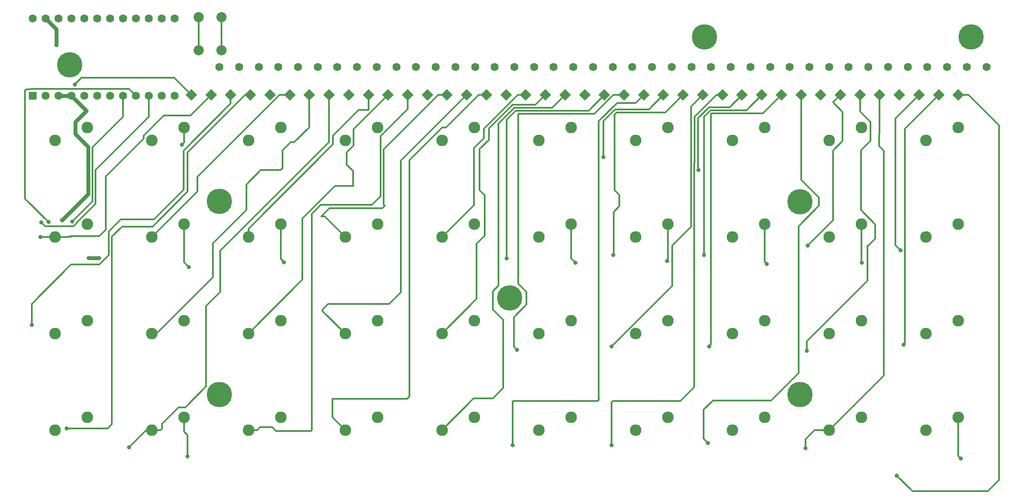
<source format=gtl>
G04 #@! TF.GenerationSoftware,KiCad,Pcbnew,6.0.7-f9a2dced07~116~ubuntu20.04.1*
G04 #@! TF.CreationDate,2022-09-18T13:16:26+08:00*
G04 #@! TF.ProjectId,keyboard v3,6b657962-6f61-4726-9420-76332e6b6963,rev?*
G04 #@! TF.SameCoordinates,Original*
G04 #@! TF.FileFunction,Copper,L1,Top*
G04 #@! TF.FilePolarity,Positive*
%FSLAX46Y46*%
G04 Gerber Fmt 4.6, Leading zero omitted, Abs format (unit mm)*
G04 Created by KiCad (PCBNEW 6.0.7-f9a2dced07~116~ubuntu20.04.1) date 2022-09-18 13:16:26*
%MOMM*%
%LPD*%
G01*
G04 APERTURE LIST*
G04 Aperture macros list*
%AMRotRect*
0 Rectangle, with rotation*
0 The origin of the aperture is its center*
0 $1 length*
0 $2 width*
0 $3 Rotation angle, in degrees counterclockwise*
0 Add horizontal line*
21,1,$1,$2,0,0,$3*%
G04 Aperture macros list end*
G04 #@! TA.AperFunction,ComponentPad*
%ADD10C,2.286000*%
G04 #@! TD*
G04 #@! TA.AperFunction,ComponentPad*
%ADD11RotRect,1.600000X1.600000X45.000000*%
G04 #@! TD*
G04 #@! TA.AperFunction,ComponentPad*
%ADD12C,1.600000*%
G04 #@! TD*
G04 #@! TA.AperFunction,WasherPad*
%ADD13C,5.000000*%
G04 #@! TD*
G04 #@! TA.AperFunction,ComponentPad*
%ADD14R,1.600000X1.600000*%
G04 #@! TD*
G04 #@! TA.AperFunction,ComponentPad*
%ADD15C,2.000000*%
G04 #@! TD*
G04 #@! TA.AperFunction,ViaPad*
%ADD16C,0.800000*%
G04 #@! TD*
G04 #@! TA.AperFunction,Conductor*
%ADD17C,0.300000*%
G04 #@! TD*
G04 #@! TA.AperFunction,Conductor*
%ADD18C,0.800000*%
G04 #@! TD*
G04 APERTURE END LIST*
D10*
X70527500Y-90420000D03*
X64177500Y-92960000D03*
D11*
X114260548Y-64957716D03*
D12*
X119775980Y-59442284D03*
D10*
X184827500Y-109470000D03*
X178477500Y-112010000D03*
X146727500Y-128520000D03*
X140377500Y-131060000D03*
X127677500Y-109470000D03*
X121327500Y-112010000D03*
D13*
X96567500Y-124080000D03*
X210867500Y-85990000D03*
D10*
X184827500Y-90420000D03*
X178477500Y-92960000D03*
D11*
X106516960Y-64957716D03*
D12*
X112032392Y-59442284D03*
D10*
X89577500Y-128520000D03*
X83227500Y-131060000D03*
D11*
X211055398Y-64957716D03*
D12*
X216570830Y-59442284D03*
D10*
X241977500Y-109470000D03*
X235627500Y-112010000D03*
D13*
X67037500Y-59000000D03*
D10*
X127677500Y-128520000D03*
X121327500Y-131060000D03*
X222927500Y-71370000D03*
X216577500Y-73910000D03*
X165777500Y-71370000D03*
X159427500Y-73910000D03*
X184827500Y-128520000D03*
X178477500Y-131060000D03*
X203877500Y-71370000D03*
X197527500Y-73910000D03*
D11*
X102645166Y-64957716D03*
D12*
X108160598Y-59442284D03*
D10*
X70527500Y-109470000D03*
X64177500Y-112010000D03*
D11*
X195568222Y-64957716D03*
D12*
X201083654Y-59442284D03*
D10*
X165777500Y-90420000D03*
X159427500Y-92960000D03*
X203877500Y-128520000D03*
X197527500Y-131060000D03*
D13*
X210867500Y-124070000D03*
D10*
X203877500Y-90420000D03*
X197527500Y-92960000D03*
D11*
X141363106Y-64957716D03*
D12*
X146878538Y-59442284D03*
D11*
X149106694Y-64957716D03*
D12*
X154622126Y-59442284D03*
D11*
X164593870Y-64957716D03*
D12*
X170109302Y-59442284D03*
D11*
X118132342Y-64957716D03*
D12*
X123647774Y-59442284D03*
D11*
X222670780Y-64957716D03*
D12*
X228186212Y-59442284D03*
D11*
X226542574Y-64957716D03*
D12*
X232058006Y-59442284D03*
D11*
X203311810Y-64957716D03*
D12*
X208827242Y-59442284D03*
D10*
X127677500Y-71370000D03*
X121327500Y-73910000D03*
D11*
X156850282Y-64957716D03*
D12*
X162365714Y-59442284D03*
D10*
X108627500Y-128520000D03*
X102277500Y-131060000D03*
D11*
X230414368Y-64957716D03*
D12*
X235929800Y-59442284D03*
D11*
X125875930Y-64957716D03*
D12*
X131391362Y-59442284D03*
D13*
X153717500Y-105020000D03*
D10*
X241977500Y-128520000D03*
X235627500Y-131060000D03*
D13*
X192037500Y-53500000D03*
D10*
X146727500Y-90420000D03*
X140377500Y-92960000D03*
D11*
X152978488Y-64957716D03*
D12*
X158493920Y-59442284D03*
D11*
X214927192Y-64957716D03*
D12*
X220442624Y-59442284D03*
D10*
X146727500Y-71370000D03*
X140377500Y-73910000D03*
X108627500Y-109470000D03*
X102277500Y-112010000D03*
D11*
X234286162Y-64957716D03*
D12*
X239801594Y-59442284D03*
D11*
X145234900Y-64957716D03*
D12*
X150750332Y-59442284D03*
D11*
X137491312Y-64957716D03*
D12*
X143006744Y-59442284D03*
D10*
X241977500Y-71370000D03*
X235627500Y-73910000D03*
X89577500Y-90420000D03*
X83227500Y-92960000D03*
X222927500Y-109470000D03*
X216577500Y-112010000D03*
D11*
X191696428Y-64957716D03*
D12*
X197211860Y-59442284D03*
D10*
X146727500Y-109470000D03*
X140377500Y-112010000D03*
X222927500Y-90420000D03*
X216577500Y-92960000D03*
X70527500Y-128520000D03*
X64177500Y-131060000D03*
D13*
X244537500Y-53500000D03*
D11*
X207183604Y-64957716D03*
D12*
X212699036Y-59442284D03*
D11*
X242029750Y-64957716D03*
D12*
X247545182Y-59442284D03*
D11*
X94901578Y-64957716D03*
D12*
X100417010Y-59442284D03*
D11*
X110388754Y-64957716D03*
D12*
X115904186Y-59442284D03*
D10*
X89577500Y-109470000D03*
X83227500Y-112010000D03*
D11*
X172337458Y-64957716D03*
D12*
X177852890Y-59442284D03*
D10*
X70527500Y-71370000D03*
X64177500Y-73910000D03*
D11*
X122004136Y-64957716D03*
D12*
X127519568Y-59442284D03*
D13*
X96577500Y-85970000D03*
D11*
X199440016Y-64957716D03*
D12*
X204955448Y-59442284D03*
D10*
X127677500Y-90420000D03*
X121327500Y-92960000D03*
D14*
X59817500Y-65111420D03*
D12*
X62357500Y-65111420D03*
X64897500Y-65111420D03*
X67437500Y-65111420D03*
X69977500Y-65111420D03*
X72517500Y-65111420D03*
X75057500Y-65111420D03*
X77597500Y-65111420D03*
X80137500Y-65111420D03*
X82677500Y-65111420D03*
X85217500Y-65111420D03*
X87757500Y-65111420D03*
X87757500Y-49871420D03*
X85217500Y-49871420D03*
X82677500Y-49871420D03*
X80137500Y-49871420D03*
X77597500Y-49871420D03*
X75057500Y-49871420D03*
X72517500Y-49871420D03*
X69977500Y-49871420D03*
X67437500Y-49871420D03*
X64897500Y-49871420D03*
X62357500Y-49871420D03*
X59817500Y-49871420D03*
D11*
X168465664Y-64957716D03*
D12*
X173981096Y-59442284D03*
D11*
X91029784Y-64957716D03*
D12*
X96545216Y-59442284D03*
D10*
X165777500Y-128520000D03*
X159427500Y-131060000D03*
X165777500Y-109470000D03*
X159427500Y-112010000D03*
D11*
X218798986Y-64957716D03*
D12*
X224314418Y-59442284D03*
D10*
X184827500Y-71370000D03*
X178477500Y-73910000D03*
D11*
X176209252Y-64957716D03*
D12*
X181724684Y-59442284D03*
D11*
X187824634Y-64957716D03*
D12*
X193340066Y-59442284D03*
D10*
X108627500Y-90420000D03*
X102277500Y-92960000D03*
X108627500Y-71370000D03*
X102277500Y-73910000D03*
X89577500Y-71370000D03*
X83227500Y-73910000D03*
D11*
X98773372Y-64957716D03*
D12*
X104288804Y-59442284D03*
D10*
X241977500Y-90420000D03*
X235627500Y-92960000D03*
D11*
X238157956Y-64957716D03*
D12*
X243673388Y-59442284D03*
D11*
X133619518Y-64957716D03*
D12*
X139134950Y-59442284D03*
D10*
X222927500Y-128520000D03*
X216577500Y-131060000D03*
D11*
X129747724Y-64957716D03*
D12*
X135263156Y-59442284D03*
D11*
X180081046Y-64957716D03*
D12*
X185596478Y-59442284D03*
D11*
X183952840Y-64957716D03*
D12*
X189468272Y-59442284D03*
D10*
X203877500Y-109470000D03*
X197527500Y-112010000D03*
D11*
X160722076Y-64957716D03*
D12*
X166237508Y-59442284D03*
D15*
X92437500Y-49600000D03*
X92437500Y-56100000D03*
X96937500Y-56100000D03*
X96937500Y-49600000D03*
D16*
X68100000Y-62900000D03*
X61347997Y-92960000D03*
X59630000Y-110330000D03*
X66480000Y-130730000D03*
X78762500Y-134437500D03*
X153087500Y-97180000D03*
X155097500Y-115210000D03*
X154277500Y-134000000D03*
X172107500Y-77220000D03*
X174077500Y-96520000D03*
X173767500Y-114590000D03*
X173777500Y-134020000D03*
X190887500Y-79760000D03*
X191987500Y-96510000D03*
X192937500Y-114560000D03*
X192717500Y-133600000D03*
X212367500Y-94650000D03*
X212197500Y-115420000D03*
X211937500Y-134610000D03*
X230647500Y-95590000D03*
X231227500Y-114260000D03*
X229927500Y-140060000D03*
X89170000Y-74759500D03*
X109280000Y-97940000D03*
X204340000Y-98280000D03*
X90520000Y-98890000D03*
X222990000Y-98040000D03*
X166670000Y-98060000D03*
X184710000Y-97720000D03*
X67600000Y-89900000D03*
X62900000Y-90000000D03*
X242510000Y-136660000D03*
X90290000Y-136260000D03*
X61500000Y-90100000D03*
X65520000Y-89680000D03*
X64480000Y-55110000D03*
X72850000Y-97120000D03*
X70840000Y-97140000D03*
D17*
X69400000Y-61600000D02*
X87672068Y-61600000D01*
X69400000Y-61600000D02*
X68100000Y-62900000D01*
X91029784Y-64957716D02*
X87672068Y-61600000D01*
X67450000Y-92800000D02*
X67290000Y-92960000D01*
X64177500Y-92960000D02*
X61347997Y-92960000D01*
X81600000Y-72960000D02*
X81600000Y-73600000D01*
X81600000Y-73600000D02*
X74200000Y-81000000D01*
X66890000Y-92960000D02*
X64177500Y-92960000D01*
X85590353Y-68969647D02*
X81600000Y-72960000D01*
X74200000Y-91500000D02*
X72900000Y-92800000D01*
X67050000Y-92800000D02*
X66890000Y-92960000D01*
X74200000Y-81000000D02*
X74200000Y-91500000D01*
X94901578Y-64957716D02*
X90889647Y-68969647D01*
X90889647Y-68969647D02*
X85590353Y-68969647D01*
X72900000Y-92800000D02*
X67450000Y-92800000D01*
X67450000Y-92800000D02*
X67050000Y-92800000D01*
X98773372Y-66636628D02*
X89481401Y-75928599D01*
X59630000Y-107462500D02*
X59630000Y-110330000D01*
X59600000Y-106180000D02*
X59600000Y-107432500D01*
X89481401Y-75928599D02*
X89481401Y-83618599D01*
X83630000Y-89470000D02*
X77170000Y-89470000D01*
X74800000Y-96529500D02*
X72909500Y-98420000D01*
X89481401Y-83618599D02*
X83630000Y-89470000D01*
X98773372Y-64957716D02*
X98773372Y-66636628D01*
X72909500Y-98420000D02*
X67360000Y-98420000D01*
X59600000Y-107432500D02*
X59630000Y-107462500D01*
X74800000Y-91840000D02*
X74800000Y-96529500D01*
X77170000Y-89470000D02*
X74800000Y-91840000D01*
X67360000Y-98420000D02*
X59600000Y-106180000D01*
X83390000Y-90900000D02*
X77400000Y-90900000D01*
X90287426Y-84002574D02*
X83390000Y-90900000D01*
X67370000Y-130750000D02*
X74550000Y-130750000D01*
X101632284Y-64957716D02*
X90287426Y-76302574D01*
X77400000Y-90900000D02*
X75400000Y-92900000D01*
X75400000Y-129900000D02*
X74550000Y-130750000D01*
X102645166Y-64957716D02*
X101632284Y-64957716D01*
X67370000Y-130750000D02*
X67350000Y-130730000D01*
X75400000Y-92900000D02*
X75400000Y-129900000D01*
X90287426Y-76302574D02*
X90287426Y-84002574D01*
X67350000Y-130730000D02*
X66480000Y-130730000D01*
X108400281Y-64957716D02*
X92200000Y-81157997D01*
X92200000Y-83987500D02*
X83227500Y-92960000D01*
X92200000Y-81157997D02*
X92200000Y-83987500D01*
X110388754Y-64957716D02*
X108400281Y-64957716D01*
X109000000Y-79400000D02*
X108600000Y-79800000D01*
X108600000Y-79800000D02*
X104700000Y-79800000D01*
X104700000Y-79800000D02*
X101900000Y-82600000D01*
X114260548Y-64957716D02*
X114260548Y-71339452D01*
X110600000Y-74300000D02*
X109000000Y-75900000D01*
X84100000Y-112100000D02*
X95300000Y-100900000D01*
X109000000Y-75900000D02*
X109000000Y-79400000D01*
X95300000Y-94200000D02*
X95300000Y-100900000D01*
X101900000Y-87600000D02*
X95300000Y-94200000D01*
X111300000Y-74300000D02*
X110600000Y-74300000D01*
X101900000Y-82600000D02*
X101900000Y-87600000D01*
X114260548Y-71339452D02*
X111300000Y-74300000D01*
X85300000Y-130700000D02*
X84940000Y-131060000D01*
X93917500Y-106582500D02*
X93917500Y-122472500D01*
X96700000Y-103800000D02*
X93917500Y-106582500D01*
X118132342Y-64957716D02*
X118132342Y-74267658D01*
X85300000Y-129790000D02*
X85300000Y-130700000D01*
X83227500Y-131060000D02*
X82140000Y-131060000D01*
X89810000Y-126580000D02*
X88510000Y-126580000D01*
X88510000Y-126580000D02*
X85300000Y-129790000D01*
X96700000Y-95700000D02*
X96700000Y-103800000D01*
X82140000Y-131060000D02*
X78762500Y-134437500D01*
X93917500Y-122472500D02*
X89810000Y-126580000D01*
X84940000Y-131060000D02*
X83227500Y-131060000D01*
X118132342Y-74267658D02*
X96700000Y-95700000D01*
X123985930Y-67924070D02*
X118930000Y-72980000D01*
X125875930Y-64957716D02*
X125875930Y-67924070D01*
X118930000Y-72980000D02*
X118930000Y-74690000D01*
X102277500Y-91342500D02*
X102277500Y-92960000D01*
X125875930Y-67924070D02*
X123985930Y-67924070D01*
X118930000Y-74690000D02*
X102277500Y-91342500D01*
X121620000Y-76290000D02*
X121620000Y-78726400D01*
X121620000Y-78726400D02*
X122840000Y-79946400D01*
X122972999Y-74937001D02*
X121620000Y-76290000D01*
X129747724Y-64957716D02*
X122972999Y-71732441D01*
X112900000Y-101387500D02*
X102277500Y-112010000D01*
X122840000Y-79946400D02*
X122840000Y-82794002D01*
X119272999Y-82927001D02*
X112900000Y-89300000D01*
X122840000Y-82794002D02*
X122972999Y-82927001D01*
X112900000Y-89300000D02*
X112900000Y-101387500D01*
X122972999Y-82927001D02*
X119272999Y-82927001D01*
X122972999Y-71732441D02*
X122972999Y-74937001D01*
X128275684Y-84924316D02*
X128275684Y-73044316D01*
X104620000Y-130470000D02*
X106990000Y-130470000D01*
X116500000Y-86600000D02*
X126600000Y-86600000D01*
X107720000Y-131200000D02*
X114600000Y-131200000D01*
X114700000Y-131100000D02*
X114700000Y-88400000D01*
X133619518Y-67700482D02*
X133619518Y-64957716D01*
X104030000Y-131060000D02*
X104620000Y-130470000D01*
X106990000Y-130470000D02*
X107720000Y-131200000D01*
X114700000Y-88400000D02*
X116500000Y-86600000D01*
X128275684Y-73044316D02*
X133619518Y-67700482D01*
X102277500Y-131060000D02*
X104030000Y-131060000D01*
X126600000Y-86600000D02*
X128275684Y-84924316D01*
X114600000Y-131200000D02*
X114700000Y-131100000D01*
X118200000Y-87300000D02*
X116600000Y-88900000D01*
X128890000Y-86590000D02*
X129100000Y-86800000D01*
X129100000Y-86800000D02*
X128600000Y-87300000D01*
X141363106Y-64957716D02*
X139642284Y-64957716D01*
X139642284Y-64957716D02*
X128890000Y-75710000D01*
X128890000Y-75710000D02*
X128890000Y-86590000D01*
X117267500Y-88900000D02*
X121327500Y-92960000D01*
X116600000Y-88900000D02*
X117267500Y-88900000D01*
X128600000Y-87300000D02*
X118200000Y-87300000D01*
X130000000Y-106200000D02*
X118000000Y-106200000D01*
X132300000Y-103900000D02*
X130000000Y-106200000D01*
X132300000Y-77892616D02*
X132300000Y-103900000D01*
X116900000Y-107300000D02*
X116900000Y-107582500D01*
X145234900Y-64957716D02*
X132300000Y-77892616D01*
X118000000Y-106200000D02*
X116900000Y-107300000D01*
X116900000Y-107582500D02*
X121327500Y-112010000D01*
X140430000Y-71410000D02*
X134000000Y-77840000D01*
X133500000Y-124900000D02*
X118800000Y-124900000D01*
X147628883Y-64957716D02*
X141176599Y-71410000D01*
X134000000Y-77840000D02*
X134000000Y-124400000D01*
X118800000Y-124900000D02*
X118800000Y-128532500D01*
X118800000Y-128532500D02*
X121327500Y-131060000D01*
X149106694Y-64957716D02*
X147628883Y-64957716D01*
X134000000Y-124400000D02*
X133500000Y-124900000D01*
X141176599Y-71410000D02*
X140430000Y-71410000D01*
X156850282Y-64957716D02*
X155261256Y-64957716D01*
X155261256Y-64957716D02*
X148573236Y-71645736D01*
X146631401Y-86706099D02*
X140377500Y-92960000D01*
X146631401Y-75406596D02*
X146631401Y-86706099D01*
X148573236Y-71645736D02*
X148573236Y-73464761D01*
X148573236Y-73464761D02*
X146631401Y-75406596D01*
X147760000Y-83700000D02*
X148820000Y-84760000D01*
X148820000Y-92720000D02*
X147210000Y-94330000D01*
X140377500Y-112010000D02*
X147210000Y-105177500D01*
X147210000Y-94330000D02*
X147210000Y-105177500D01*
X147760000Y-75630000D02*
X147760000Y-83700000D01*
X149590000Y-73800000D02*
X147760000Y-75630000D01*
X148820000Y-84760000D02*
X148820000Y-92720000D01*
X160722076Y-64957716D02*
X158809792Y-66870000D01*
X154197500Y-66942500D02*
X149590000Y-71550000D01*
X158809792Y-66870000D02*
X154197500Y-66870000D01*
X149590000Y-71550000D02*
X149590000Y-73800000D01*
X154197500Y-66870000D02*
X154197500Y-66942500D01*
X151517574Y-102539926D02*
X150367500Y-103690000D01*
X162081586Y-67470000D02*
X154547500Y-67470000D01*
X152417500Y-109350000D02*
X152417500Y-122780000D01*
X151517574Y-70611398D02*
X151517574Y-102539926D01*
X146607500Y-124830000D02*
X140377500Y-131060000D01*
X164593870Y-64957716D02*
X162081586Y-67470000D01*
X154547500Y-67581472D02*
X151517574Y-70611398D01*
X152417500Y-122780000D02*
X150367500Y-124830000D01*
X150367500Y-107300000D02*
X152417500Y-109350000D01*
X150367500Y-103690000D02*
X150367500Y-107300000D01*
X150367500Y-124830000D02*
X146607500Y-124830000D01*
X154547500Y-67470000D02*
X154547500Y-67581472D01*
X172337458Y-64957716D02*
X169225174Y-68070000D01*
X169225174Y-68070000D02*
X154907500Y-68070000D01*
X154907500Y-68070000D02*
X153087500Y-69890000D01*
X153087500Y-69890000D02*
X153087500Y-97180000D01*
X154507500Y-108800000D02*
X154507500Y-114620000D01*
X157007500Y-103800000D02*
X157007500Y-106300000D01*
X174105226Y-64957716D02*
X170392942Y-68670000D01*
X155377500Y-68760000D02*
X155377500Y-102170000D01*
X154507500Y-114620000D02*
X155097500Y-115210000D01*
X157007500Y-106300000D02*
X154507500Y-108800000D01*
X155467500Y-68670000D02*
X170392942Y-68670000D01*
X176209252Y-64957716D02*
X174105226Y-64957716D01*
X155377500Y-102170000D02*
X157007500Y-103800000D01*
X155467500Y-68670000D02*
X155377500Y-68760000D01*
X171217500Y-70141472D02*
X171217500Y-124990000D01*
X178499675Y-66539087D02*
X174819885Y-66539087D01*
X180081046Y-64957716D02*
X178499675Y-66539087D01*
X154347500Y-125350000D02*
X154277500Y-125420000D01*
X154277500Y-125420000D02*
X154277500Y-134000000D01*
X174819885Y-66539087D02*
X171217500Y-70141472D01*
X171017500Y-125350000D02*
X154347500Y-125350000D01*
X171297500Y-125070000D02*
X171017500Y-125350000D01*
X171217500Y-124990000D02*
X171297500Y-125070000D01*
X183952840Y-64957716D02*
X181100556Y-67810000D01*
X172107500Y-70100000D02*
X172107500Y-77220000D01*
X181100556Y-67810000D02*
X174397500Y-67810000D01*
X172107500Y-70100000D02*
X174397500Y-67810000D01*
X187824634Y-64957716D02*
X184372350Y-68410000D01*
X174512499Y-83904999D02*
X174527500Y-83904999D01*
X174527500Y-83904999D02*
X175317500Y-84694999D01*
X174367500Y-83760000D02*
X174512499Y-83904999D01*
X174777500Y-68410000D02*
X174257500Y-68930000D01*
X174257500Y-68930000D02*
X174367500Y-69040000D01*
X174367500Y-69040000D02*
X174367500Y-83760000D01*
X175317500Y-84694999D02*
X175317500Y-86850000D01*
X174137500Y-96460000D02*
X174077500Y-96520000D01*
X174777500Y-68410000D02*
X184372350Y-68410000D01*
X175317500Y-86884824D02*
X174137500Y-88064824D01*
X175317500Y-86850000D02*
X175317500Y-86884824D01*
X174137500Y-88064824D02*
X174137500Y-96460000D01*
X191696428Y-64957716D02*
X189437500Y-67216644D01*
X189437500Y-67216644D02*
X189437500Y-90912500D01*
X189437500Y-90912500D02*
X185696603Y-94653397D01*
X185696603Y-102660897D02*
X173767500Y-114590000D01*
X185696603Y-94653397D02*
X185696603Y-102660897D01*
X194436851Y-64957716D02*
X190107500Y-69287067D01*
X195568222Y-64957716D02*
X194436851Y-64957716D01*
X173777500Y-125550000D02*
X173777500Y-134020000D01*
X190107500Y-69287067D02*
X190107500Y-78330000D01*
X187307500Y-125300000D02*
X174027500Y-125300000D01*
X190107500Y-78330000D02*
X190037500Y-78400000D01*
X190037500Y-78400000D02*
X190037500Y-122570000D01*
X190037500Y-122570000D02*
X187307500Y-125300000D01*
X174027500Y-125300000D02*
X173777500Y-125550000D01*
X190797500Y-79670000D02*
X190887500Y-79760000D01*
X197027732Y-67370000D02*
X192977500Y-67370000D01*
X199440016Y-64957716D02*
X197027732Y-67370000D01*
X190797500Y-69550000D02*
X190797500Y-79670000D01*
X192977500Y-67370000D02*
X190797500Y-69550000D01*
X193238972Y-67970000D02*
X191957500Y-69251472D01*
X200299526Y-67970000D02*
X193238972Y-67970000D01*
X203311810Y-64957716D02*
X200299526Y-67970000D01*
X191957500Y-69251472D02*
X191957500Y-96480000D01*
X191957500Y-96480000D02*
X191987500Y-96510000D01*
X203571320Y-68570000D02*
X193487500Y-68570000D01*
X193487500Y-68570000D02*
X193347500Y-68710000D01*
X193347500Y-114150000D02*
X192937500Y-114560000D01*
X207183604Y-64957716D02*
X203571320Y-68570000D01*
X193347500Y-68710000D02*
X193347500Y-114150000D01*
X205177500Y-125240000D02*
X205157500Y-125240000D01*
X191907500Y-132790000D02*
X192717500Y-133600000D01*
X211055398Y-64957716D02*
X211055398Y-81697898D01*
X210587500Y-90820000D02*
X214577500Y-86830000D01*
X214577500Y-85220000D02*
X214577500Y-86830000D01*
X191907500Y-127040000D02*
X191907500Y-132790000D01*
X210587500Y-90820000D02*
X210587500Y-119830000D01*
X205157500Y-125240000D02*
X193707500Y-125240000D01*
X210587500Y-119830000D02*
X205177500Y-125240000D01*
X193707500Y-125240000D02*
X191907500Y-127040000D01*
X211055398Y-81697898D02*
X214577500Y-85220000D01*
X217337501Y-66419201D02*
X219230000Y-68311700D01*
X218798986Y-64957716D02*
X217337501Y-66419201D01*
X219230000Y-68311700D02*
X219230000Y-74030000D01*
X217337501Y-89679999D02*
X212367500Y-94650000D01*
X219230000Y-74030000D02*
X217337501Y-75922499D01*
X217337501Y-75922499D02*
X217337501Y-89679999D01*
X225660000Y-90480000D02*
X225660000Y-93270000D01*
X224470000Y-94480000D02*
X224160000Y-94790000D01*
X224730000Y-70280000D02*
X224730000Y-74010000D01*
X224730000Y-74010000D02*
X222831401Y-75908599D01*
X224470000Y-94460000D02*
X224470000Y-94480000D01*
X222831401Y-75908599D02*
X222831401Y-87651401D01*
X222831401Y-87651401D02*
X225660000Y-90480000D01*
X224160000Y-94790000D02*
X224160000Y-101597997D01*
X225660000Y-93270000D02*
X224470000Y-94460000D01*
X224160000Y-101597997D02*
X212197500Y-113560497D01*
X212197500Y-113560497D02*
X212197500Y-115420000D01*
X222670780Y-68220780D02*
X224730000Y-70280000D01*
X222670780Y-64957716D02*
X222670780Y-68220780D01*
X213747997Y-131060000D02*
X211937500Y-132870497D01*
X216577500Y-131060000D02*
X213747997Y-131060000D01*
X226542574Y-64957716D02*
X226542574Y-72544926D01*
X226447500Y-75040000D02*
X227317500Y-75910000D01*
X227317500Y-75910000D02*
X227317500Y-120320000D01*
X226542574Y-72544926D02*
X226447500Y-72640000D01*
X226447500Y-72640000D02*
X226447500Y-75040000D01*
X227317500Y-120320000D02*
X216577500Y-131060000D01*
X211937500Y-132870497D02*
X211937500Y-134610000D01*
X229627500Y-69610000D02*
X229627500Y-94570000D01*
X234286162Y-64957716D02*
X230897500Y-68346378D01*
X229627500Y-94570000D02*
X230647500Y-95590000D01*
X230897500Y-68346378D02*
X230891122Y-68346378D01*
X230891122Y-68346378D02*
X229627500Y-69610000D01*
X238157956Y-64957716D02*
X231497500Y-71618172D01*
X231497500Y-113990000D02*
X231227500Y-114260000D01*
X231497500Y-71618172D02*
X231497500Y-113990000D01*
X250037500Y-140873654D02*
X247795720Y-143115434D01*
X242029750Y-64957716D02*
X244065216Y-64957716D01*
X247795720Y-143115434D02*
X232982934Y-143115434D01*
X250037500Y-70930000D02*
X250037500Y-140873654D01*
X244065216Y-64957716D02*
X250037500Y-70930000D01*
X232982934Y-143115434D02*
X229927500Y-140060000D01*
X89577500Y-71370000D02*
X89577500Y-74352000D01*
X89577500Y-74352000D02*
X89170000Y-74759500D01*
X108627500Y-97287500D02*
X109280000Y-97940000D01*
X89577500Y-97947500D02*
X90520000Y-98890000D01*
X165777500Y-90420000D02*
X165777500Y-97167500D01*
X203877500Y-90420000D02*
X203877500Y-97817500D01*
X108627500Y-90420000D02*
X108627500Y-97287500D01*
X77597500Y-69256367D02*
X71552934Y-75300933D01*
X89577500Y-90420000D02*
X89577500Y-97947500D01*
X184827500Y-90420000D02*
X184827500Y-97602500D01*
X184827500Y-97602500D02*
X184710000Y-97720000D01*
X77597500Y-65111420D02*
X77597500Y-69256367D01*
X203877500Y-97817500D02*
X204340000Y-98280000D01*
X71552934Y-75300933D02*
X71552934Y-85947066D01*
X222927500Y-90420000D02*
X222927500Y-97977500D01*
X71552934Y-85947066D02*
X67600000Y-89900000D01*
X222927500Y-97977500D02*
X222990000Y-98040000D01*
X165777500Y-97167500D02*
X166670000Y-98060000D01*
X58578920Y-63850000D02*
X58310000Y-64118920D01*
X78776080Y-63750000D02*
X59430000Y-63750000D01*
X59430000Y-63750000D02*
X59330000Y-63850000D01*
X58310000Y-85410000D02*
X62900000Y-90000000D01*
X59330000Y-63850000D02*
X58578920Y-63850000D01*
X80137500Y-65111420D02*
X78776080Y-63750000D01*
X58310000Y-64118920D02*
X58310000Y-85410000D01*
X72170000Y-79730000D02*
X72170000Y-86490000D01*
X241977500Y-136127500D02*
X242510000Y-136660000D01*
X62250000Y-90850000D02*
X61500000Y-90100000D01*
X68450000Y-90210000D02*
X68450000Y-90252082D01*
X82677500Y-69222500D02*
X72170000Y-79730000D01*
X89577500Y-128520000D02*
X89577500Y-131347500D01*
X72170000Y-86490000D02*
X68450000Y-90210000D01*
X67852082Y-90850000D02*
X62250000Y-90850000D01*
X82677500Y-65111420D02*
X82677500Y-69222500D01*
X241977500Y-128520000D02*
X241977500Y-136127500D01*
X89577500Y-131347500D02*
X90290000Y-132060000D01*
X90290000Y-132060000D02*
X90290000Y-136260000D01*
X68450000Y-90252082D02*
X67852082Y-90850000D01*
X92437500Y-49600000D02*
X92437500Y-56100000D01*
D18*
X70840000Y-97140000D02*
X72830000Y-97140000D01*
X67437500Y-65111420D02*
X64897500Y-65111420D01*
X64480000Y-51993920D02*
X62357500Y-49871420D01*
X68190000Y-72670000D02*
X70690000Y-75170000D01*
X67437500Y-65111420D02*
X70402001Y-68075921D01*
X68190000Y-72550000D02*
X68190000Y-72670000D01*
X72830000Y-97140000D02*
X72850000Y-97120000D01*
D17*
X96937500Y-49600000D02*
X96937500Y-56100000D01*
D18*
X70690000Y-75170000D02*
X70690000Y-84510000D01*
X64480000Y-55110000D02*
X64480000Y-51993920D01*
X68190000Y-70287922D02*
X68190000Y-72550000D01*
X70402001Y-68075921D02*
X68190000Y-70287922D01*
X70690000Y-84510000D02*
X65520000Y-89680000D01*
M02*

</source>
